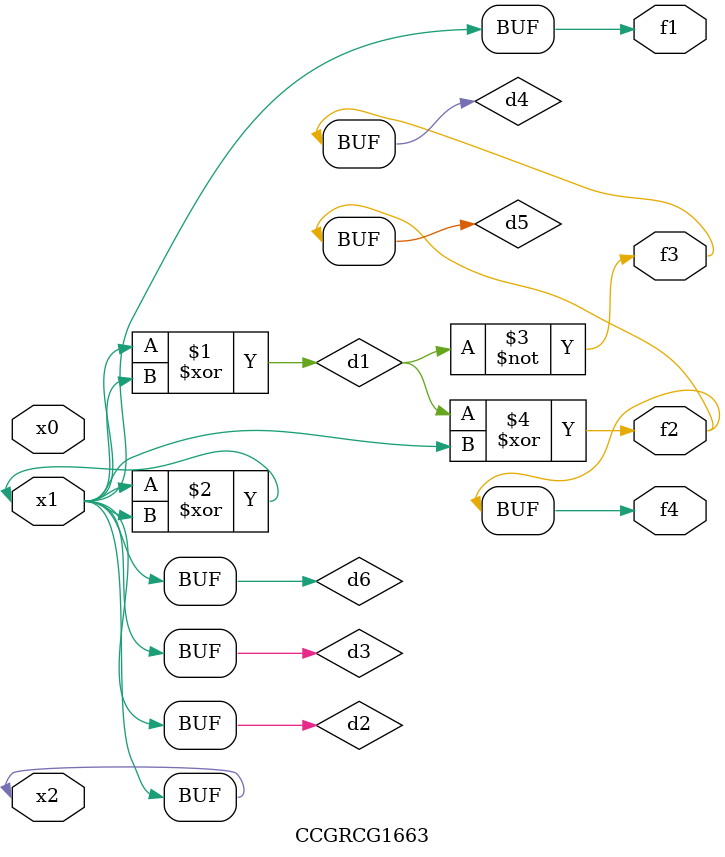
<source format=v>
module CCGRCG1663(
	input x0, x1, x2,
	output f1, f2, f3, f4
);

	wire d1, d2, d3, d4, d5, d6;

	xor (d1, x1, x2);
	buf (d2, x1, x2);
	xor (d3, x1, x2);
	nor (d4, d1);
	xor (d5, d1, d2);
	buf (d6, d2, d3);
	assign f1 = d6;
	assign f2 = d5;
	assign f3 = d4;
	assign f4 = d5;
endmodule

</source>
